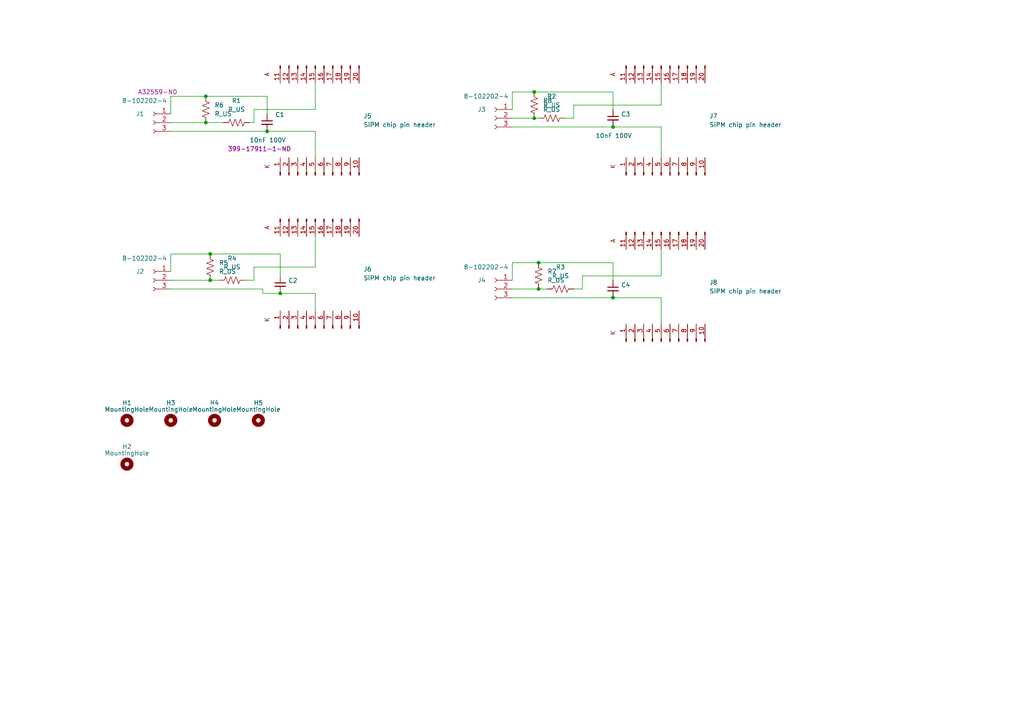
<source format=kicad_sch>
(kicad_sch (version 20230121) (generator eeschema)
  (paper "A4")
  (title_block (title "DarkQuest Quad SiPM Motherboard") (rev "6.1") (comment 1 "Accepts chip carrier with SiPM") (comment 2 "Pins go on motherboard and sockets go on chip carrier") (comment 3 "Rev 6.1 has pad for a 20 dB attenuator"))
  (lib_symbols
    (symbol "Connector:Conn_01x03_Female" (pin_names (offset 1.016) hide)
      (property "Reference" "J" (at 0 5.08 0))
      (property "Value" "Conn_01x03_Female" (at 0 -5.08 0))
      (symbol "Conn_01x03_Female_1_1"
        (arc (start 0 -2.032) (mid -0.5058 -2.54) (end 0 -3.048) (stroke (width 0.1524)))
        (polyline (pts (xy -1.27 -2.54) (xy -0.508 -2.54)) (stroke (width 0.1524)))
        (polyline (pts (xy -1.27 0) (xy -0.508 0)) (stroke (width 0.1524)))
        (polyline (pts (xy -1.27 2.54) (xy -0.508 2.54)) (stroke (width 0.1524)))
        (arc (start 0 0.508) (mid -0.5058 0) (end 0 -0.508) (stroke (width 0.1524)))
        (arc (start 0 3.048) (mid -0.5058 2.54) (end 0 2.032) (stroke (width 0.1524)))
        (pin passive line (at -5.08 2.54 0) (length 3.81) (name "Pin_1") (number "1"))
        (pin passive line (at -5.08 0 0) (length 3.81) (name "Pin_2") (number "2"))
        (pin passive line (at -5.08 -2.54 0) (length 3.81) (name "Pin_3") (number "3"))
      )
    )
    (symbol "Connector:sipm_chip_carrier_pin_header" (pin_names (offset 1.016) hide)
      (property "Reference" "J" (at -16.51 12.7 0))
      (property "Value" "SiPM chip pin header" (at 0 -16.51 0))
      (symbol "sipm_chip_carrier_pin_header_1_1"
        (rectangle (start -15.6464 -12.573) (end -16.51 -12.827) (stroke (width 0.1524)) (fill (type outline)))
        (rectangle (start -15.6464 -10.033) (end -16.51 -10.287) (stroke (width 0.1524)) (fill (type outline)))
        (rectangle (start -15.6464 -7.493) (end -16.51 -7.747) (stroke (width 0.1524)) (fill (type outline)))
        (rectangle (start -15.6464 -4.953) (end -16.51 -5.207) (stroke (width 0.1524)) (fill (type outline)))
        (rectangle (start -15.6464 -2.413) (end -16.51 -2.667) (stroke (width 0.1524)) (fill (type outline)))
        (rectangle (start -15.6464 0.127) (end -16.51 -0.127) (stroke (width 0.1524)) (fill (type outline)))
        (rectangle (start -15.6464 2.667) (end -16.51 2.413) (stroke (width 0.1524)) (fill (type outline)))
        (rectangle (start -15.6464 5.207) (end -16.51 4.953) (stroke (width 0.1524)) (fill (type outline)))
        (rectangle (start -15.6464 7.747) (end -16.51 7.493) (stroke (width 0.1524)) (fill (type outline)))
        (rectangle (start -15.6464 10.287) (end -16.51 10.033) (stroke (width 0.1524)) (fill (type outline)))
        (polyline (pts (xy -15.24 -12.7) (xy -15.6464 -12.7)) (stroke (width 0.1524)))
        (polyline (pts (xy -15.24 -10.16) (xy -15.6464 -10.16)) (stroke (width 0.1524)))
        (polyline (pts (xy -15.24 -7.62) (xy -15.6464 -7.62)) (stroke (width 0.1524)))
        (polyline (pts (xy -15.24 -5.08) (xy -15.6464 -5.08)) (stroke (width 0.1524)))
        (polyline (pts (xy -15.24 -2.54) (xy -15.6464 -2.54)) (stroke (width 0.1524)))
        (polyline (pts (xy -15.24 0) (xy -15.6464 0)) (stroke (width 0.1524)))
        (polyline (pts (xy -15.24 2.54) (xy -15.6464 2.54)) (stroke (width 0.1524)))
        (polyline (pts (xy -15.24 5.08) (xy -15.6464 5.08)) (stroke (width 0.1524)))
        (polyline (pts (xy -15.24 7.62) (xy -15.6464 7.62)) (stroke (width 0.1524)))
        (polyline (pts (xy -15.24 10.16) (xy -15.6464 10.16)) (stroke (width 0.1524)))
        (polyline (pts (xy 13.97 -12.7) (xy 14.3764 -12.7)) (stroke (width 0.1524)))
        (polyline (pts (xy 13.97 -10.16) (xy 14.3764 -10.16)) (stroke (width 0.1524)))
        (polyline (pts (xy 13.97 -7.62) (xy 14.3764 -7.62)) (stroke (width 0.1524)))
        (polyline (pts (xy 13.97 -5.08) (xy 14.3764 -5.08)) (stroke (width 0.1524)))
        (polyline (pts (xy 13.97 -2.54) (xy 14.3764 -2.54)) (stroke (width 0.1524)))
        (polyline (pts (xy 13.97 0) (xy 14.3764 0)) (stroke (width 0.1524)))
        (polyline (pts (xy 13.97 2.54) (xy 14.3764 2.54)) (stroke (width 0.1524)))
        (polyline (pts (xy 13.97 5.08) (xy 14.3764 5.08)) (stroke (width 0.1524)))
        (polyline (pts (xy 13.97 7.62) (xy 14.3764 7.62)) (stroke (width 0.1524)))
        (polyline (pts (xy 13.97 10.16) (xy 14.3764 10.16)) (stroke (width 0.1524)))
        (rectangle (start 15.24 -12.827) (end 14.3764 -12.573) (stroke (width 0.1524)) (fill (type outline)))
        (rectangle (start 15.24 -10.287) (end 14.3764 -10.033) (stroke (width 0.1524)) (fill (type outline)))
        (rectangle (start 15.24 -7.747) (end 14.3764 -7.493) (stroke (width 0.1524)) (fill (type outline)))
        (rectangle (start 15.24 -5.207) (end 14.3764 -4.953) (stroke (width 0.1524)) (fill (type outline)))
        (rectangle (start 15.24 -2.667) (end 14.3764 -2.413) (stroke (width 0.1524)) (fill (type outline)))
        (rectangle (start 15.24 -0.127) (end 14.3764 0.127) (stroke (width 0.1524)) (fill (type outline)))
        (rectangle (start 15.24 2.413) (end 14.3764 2.667) (stroke (width 0.1524)) (fill (type outline)))
        (rectangle (start 15.24 4.953) (end 14.3764 5.207) (stroke (width 0.1524)) (fill (type outline)))
        (rectangle (start 15.24 7.493) (end 14.3764 7.747) (stroke (width 0.1524)) (fill (type outline)))
        (rectangle (start 15.24 10.033) (end 14.3764 10.287) (stroke (width 0.1524)) (fill (type outline)))
        (text "A" (at 12.7 13.97 0) (effects (font (size 1.27 1.27))))
        (text "K" (at -13.97 13.97 0) (effects (font (size 1.27 1.27))))
        (pin passive line (at -11.43 10.16 180) (length 3.81) (name "Pin_1") (number "1"))
        (pin passive line (at -11.43 -12.7 180) (length 3.81) (name "Pin_10") (number "10"))
        (pin passive line (at 10.16 10.16 0) (length 3.81) (name "Pin_1") (number "11"))
        (pin passive line (at 10.16 7.62 0) (length 3.81) (name "Pin_2") (number "12"))
        (pin passive line (at 10.16 5.08 0) (length 3.81) (name "Pin_3") (number "13"))
        (pin passive line (at 10.16 2.54 0) (length 3.81) (name "Pin_4") (number "14"))
        (pin passive line (at 10.16 0 0) (length 3.81) (name "Pin_5") (number "15"))
        (pin passive line (at 10.16 -2.54 0) (length 3.81) (name "Pin_6") (number "16"))
        (pin passive line (at 10.16 -5.08 0) (length 3.81) (name "Pin_7") (number "17"))
        (pin passive line (at 10.16 -7.62 0) (length 3.81) (name "Pin_8") (number "18"))
        (pin passive line (at 10.16 -10.16 0) (length 3.81) (name "Pin_9") (number "19"))
        (pin passive line (at -11.43 7.62 180) (length 3.81) (name "Pin_2") (number "2"))
        (pin passive line (at 10.16 -12.7 0) (length 3.81) (name "Pin_10") (number "20"))
        (pin passive line (at -11.43 5.08 180) (length 3.81) (name "Pin_3") (number "3"))
        (pin passive line (at -11.43 2.54 180) (length 3.81) (name "Pin_4") (number "4"))
        (pin passive line (at -11.43 0 180) (length 3.81) (name "Pin_5") (number "5"))
        (pin passive line (at -11.43 -2.54 180) (length 3.81) (name "Pin_6") (number "6"))
        (pin passive line (at -11.43 -5.08 180) (length 3.81) (name "Pin_7") (number "7"))
        (pin passive line (at -11.43 -7.62 180) (length 3.81) (name "Pin_8") (number "8"))
        (pin passive line (at -11.43 -10.16 180) (length 3.81) (name "Pin_9") (number "9"))
      )
    )
    (symbol "Device:C_Small" (pin_numbers hide) (pin_names (offset 0.254) hide)
      (property "Reference" "C" (at 0.254 1.778 0))
      (property "Value" "C_Small" (at 0.254 -2.032 0))
      (symbol "C_Small_0_1"
        (polyline (pts (xy -1.524 -0.508) (xy 1.524 -0.508)) (stroke (width 0.3302)))
        (polyline (pts (xy -1.524 0.508) (xy 1.524 0.508)) (stroke (width 0.3048)))
      )
      (symbol "C_Small_1_1"
        (pin passive line (at 0 2.54 270) (length 2.032) (name "~") (number "1"))
        (pin passive line (at 0 -2.54 90) (length 2.032) (name "~") (number "2"))
      )
    )
    (symbol "Device:R_US" (pin_numbers hide) (pin_names (offset 0))
      (property "Reference" "R" (at 2.54 0 90))
      (property "Value" "R_US" (at -2.54 0 90))
      (symbol "R_US_0_1"
        (polyline (pts (xy 0 -2.286) (xy 0 -2.54)))
        (polyline (pts (xy 0 2.286) (xy 0 2.54)))
        (polyline (pts (xy 0 -0.762) (xy 1.016 -1.143) (xy 0 -1.524) (xy -1.016 -1.905) (xy 0 -2.286)))
        (polyline (pts (xy 0 0.762) (xy 1.016 0.381) (xy 0 0) (xy -1.016 -0.381) (xy 0 -0.762)))
        (polyline (pts (xy 0 2.286) (xy 1.016 1.905) (xy 0 1.524) (xy -1.016 1.143) (xy 0 0.762)))
      )
      (symbol "R_US_1_1"
        (pin passive line (at 0 3.81 270) (length 1.27) (name "~") (number "1"))
        (pin passive line (at 0 -3.81 90) (length 1.27) (name "~") (number "2"))
      )
    )
    (symbol "Mechanical:MountingHole" (pin_names (offset 1.016))
      (property "Reference" "H" (at 0 5.08 0))
      (property "Value" "MountingHole" (at 0 3.175 0))
      (symbol "MountingHole_0_1"
        (circle (center 0 0) (radius 1.27) (stroke (width 1.27)))
      )
    )
  )
  (junction (at 177.8 86.36))
  (junction (at 156.21 76.2))
  (junction (at 154.94 34.29))
  (junction (at 154.94 26.67))
  (junction (at 77.47 38.1))
  (junction (at 59.69 35.56))
  (junction (at 60.96 81.28))
  (junction (at 156.21 83.82))
  (junction (at 81.28 85.09))
  (junction (at 59.69 27.94))
  (junction (at 177.8 36.83))
  (junction (at 60.96 73.66))
  (wire (pts (xy 148.59 86.36) (xy 177.8 86.36)))
  (wire (pts (xy 73.66 81.28) (xy 73.66 77.47)))
  (wire (pts (xy 168.91 80.01) (xy 191.77 80.01)))
  (wire (pts (xy 168.91 83.82) (xy 168.91 80.01)))
  (wire (pts (xy 49.53 81.28) (xy 60.96 81.28)))
  (wire (pts (xy 148.59 83.82) (xy 156.21 83.82)))
  (wire (pts (xy 73.66 35.56) (xy 73.66 31.75)))
  (wire (pts (xy 49.53 83.82) (xy 76.2 83.82)))
  (wire (pts (xy 72.39 35.56) (xy 73.66 35.56)))
  (wire (pts (xy 59.69 35.56) (xy 64.77 35.56)))
  (wire (pts (xy 81.28 73.66) (xy 81.28 80.01)))
  (wire (pts (xy 148.59 26.67) (xy 154.94 26.67)))
  (wire (pts (xy 91.44 85.09) (xy 81.28 85.09)))
  (wire (pts (xy 49.53 38.1) (xy 77.47 38.1)))
  (wire (pts (xy 148.59 76.2) (xy 156.21 76.2)))
  (wire (pts (xy 76.2 83.82) (xy 76.2 85.09)))
  (wire (pts (xy 49.53 73.66) (xy 60.96 73.66)))
  (wire (pts (xy 77.47 27.94) (xy 77.47 33.02)))
  (wire (pts (xy 91.44 38.1) (xy 77.47 38.1)))
  (wire (pts (xy 191.77 93.98) (xy 191.77 86.36)))
  (wire (pts (xy 49.53 27.94) (xy 59.69 27.94)))
  (wire (pts (xy 148.59 81.28) (xy 148.59 76.2)))
  (wire (pts (xy 148.59 36.83) (xy 177.8 36.83)))
  (wire (pts (xy 91.44 77.47) (xy 91.44 68.58)))
  (wire (pts (xy 91.44 31.75) (xy 91.44 24.13)))
  (wire (pts (xy 177.8 76.2) (xy 156.21 76.2)))
  (wire (pts (xy 154.94 34.29) (xy 156.21 34.29)))
  (wire (pts (xy 191.77 45.72) (xy 191.77 36.83)))
  (wire (pts (xy 163.83 34.29) (xy 166.37 34.29)))
  (wire (pts (xy 166.37 34.29) (xy 166.37 30.48)))
  (wire (pts (xy 91.44 45.72) (xy 91.44 38.1)))
  (wire (pts (xy 148.59 34.29) (xy 154.94 34.29)))
  (wire (pts (xy 91.44 90.17) (xy 91.44 85.09)))
  (wire (pts (xy 73.66 31.75) (xy 91.44 31.75)))
  (wire (pts (xy 156.21 83.82) (xy 158.75 83.82)))
  (wire (pts (xy 49.53 35.56) (xy 59.69 35.56)))
  (wire (pts (xy 71.12 81.28) (xy 73.66 81.28)))
  (wire (pts (xy 191.77 30.48) (xy 191.77 24.13)))
  (wire (pts (xy 148.59 26.67) (xy 148.59 31.75)))
  (wire (pts (xy 49.53 27.94) (xy 49.53 33.02)))
  (wire (pts (xy 73.66 77.47) (xy 91.44 77.47)))
  (wire (pts (xy 77.47 27.94) (xy 59.69 27.94)))
  (wire (pts (xy 177.8 26.67) (xy 177.8 31.75)))
  (wire (pts (xy 166.37 30.48) (xy 191.77 30.48)))
  (wire (pts (xy 177.8 26.67) (xy 154.94 26.67)))
  (wire (pts (xy 191.77 36.83) (xy 177.8 36.83)))
  (wire (pts (xy 60.96 73.66) (xy 81.28 73.66)))
  (wire (pts (xy 76.2 85.09) (xy 81.28 85.09)))
  (wire (pts (xy 177.8 76.2) (xy 177.8 81.28)))
  (wire (pts (xy 166.37 83.82) (xy 168.91 83.82)))
  (wire (pts (xy 49.53 73.66) (xy 49.53 78.74)))
  (wire (pts (xy 191.77 86.36) (xy 177.8 86.36)))
  (wire (pts (xy 191.77 80.01) (xy 191.77 72.39)))
  (wire (pts (xy 60.96 81.28) (xy 63.5 81.28)))
  (symbol (lib_id "Connector:Conn_01x03_Female") (at 44.45 35.56 0) (mirror y) (unit 1)
    (property "Reference" "J1" (at 40.64 33.02 0))
    (property "Value" "8-102202-4" (at 41.91 29.21 0))
    (property "Footprint" "Connector_PinHeader_2.54mm:PinHeader_1x03_P2.54mm_Vertical" (effects hide))
    (property "DigiKey" "A32559-ND" (at 45.72 26.67 0))
  )
  (symbol (lib_id "Device:C_Small") (at 77.47 35.56 0) (unit 1)
    (property "Reference" "C1" (at 79.8068 33.2486 0) (effects (justify left)))
    (property "Value" "10nF 100V" (at 72.39 40.64 0) (effects (justify left)))
    (property "Footprint" "Resistor_SMD:1206_VIS-L" (effects hide))
    (property "DigiKey" "399-17911-1-ND" (at 66.04 43.18 0) (effects (justify left)))
  )
  (symbol (lib_id "Connector:Conn_01x03_Female") (at 143.51 34.29 0) (mirror y) (unit 1)
    (property "Reference" "J3" (at 139.7 31.75 0))
    (property "Value" "8-102202-4" (at 140.97 27.94 0))
    (property "Footprint" "Connector_PinHeader_2.54mm:PinHeader_1x03_P2.54mm_Vertical" (effects hide))
    (property "DigiKey" "A32559-ND" (effects hide))
  )
  (symbol (lib_id "Device:C_Small") (at 177.8 34.29 0) (unit 1)
    (property "Reference" "C3" (at 180.1368 33.1216 0) (effects (justify left)))
    (property "Value" "10nF 100V" (at 172.72 39.37 0) (effects (justify left)))
    (property "Footprint" "Capacitor_SMD:C_1206_3216Metric_Pad1.33x1.80mm_HandSolder" (effects hide))
    (property "DigiKey" "399-17911-1-ND" (effects hide))
  )
  (symbol (lib_id "Connector:Conn_01x03_Female") (at 44.45 81.28 0) (mirror y) (unit 1)
    (property "Reference" "J2" (at 40.64 78.74 0))
    (property "Value" "8-102202-4" (at 41.91 74.93 0))
    (property "Footprint" "Connector_PinHeader_2.54mm:PinHeader_1x03_P2.54mm_Vertical" (effects hide))
    (property "DigiKey" "A32559-ND" (effects hide))
  )
  (symbol (lib_id "Device:C_Small") (at 81.28 82.55 0) (unit 1)
    (property "Reference" "C2" (at 83.6168 81.3816 0) (effects (justify left)))
    (property "Value" "10nF 100V" (effects hide))
    (property "Footprint" "Capacitor_SMD:C_1206_3216Metric_Pad1.33x1.80mm_HandSolder" (effects hide))
    (property "DigiKey" "399-17911-1-ND" (effects hide))
  )
  (symbol (lib_id "Connector:Conn_01x03_Female") (at 143.51 83.82 0) (mirror y) (unit 1)
    (property "Reference" "J4" (at 139.7 81.28 0))
    (property "Value" "8-102202-4" (at 140.97 77.47 0))
    (property "Footprint" "Connector_PinHeader_2.54mm:PinHeader_1x03_P2.54mm_Vertical" (effects hide))
    (property "DigiKey" "A32559-ND" (effects hide))
  )
  (symbol (lib_id "Device:C_Small") (at 177.8 83.82 0) (unit 1)
    (property "Reference" "C4" (at 180.1368 82.6516 0) (effects (justify left)))
    (property "Value" "10nF 100V" (effects hide))
    (property "Footprint" "Capacitor_SMD:C_1206_3216Metric_Pad1.33x1.80mm_HandSolder" (effects hide))
    (property "DigiKey" "399-17911-1-ND" (effects hide))
  )
  (symbol (lib_id "Mechanical:MountingHole") (at 36.83 121.92 0) (unit 1)
    (property "Reference" "H1" (at 36.83 116.84 0))
    (property "Value" "MountingHole" (at 36.83 118.745 0))
    (property "Footprint" "quad_sipm:MountingHole_6.4_pad" (effects hide))
  )
  (symbol (lib_id "Mechanical:MountingHole") (at 49.53 121.92 0) (unit 1)
    (property "Reference" "H3" (at 49.53 116.84 0))
    (property "Value" "MountingHole" (at 49.53 118.745 0))
    (property "Footprint" "quad_sipm:MountingHole_6.4_pad" (effects hide))
  )
  (symbol (lib_id "Mechanical:MountingHole") (at 62.23 121.92 0) (unit 1)
    (property "Reference" "H4" (at 62.23 116.84 0))
    (property "Value" "MountingHole" (at 62.23 118.745 0))
    (property "Footprint" "quad_sipm:MountingHole_6.4_pad" (effects hide))
  )
  (symbol (lib_id "Mechanical:MountingHole") (at 74.93 121.92 0) (unit 1)
    (property "Reference" "H5" (at 74.93 116.84 0))
    (property "Value" "MountingHole" (at 74.93 118.745 0))
    (property "Footprint" "quad_sipm:MountingHole_6.4_pad" (effects hide))
  )
  (symbol (lib_id "Mechanical:MountingHole") (at 36.83 134.62 0) (unit 1)
    (property "Reference" "H2" (at 36.83 129.54 0))
    (property "Value" "MountingHole" (at 36.83 131.445 0))
    (property "Footprint" "quad_sipm:MountingHole_8.4mm_M8_Pad" (effects hide))
  )
  (symbol (lib_id "Connector:sipm_chip_carrier_pin_header") (at 191.77 82.55 90) (unit 1)
    (property "Reference" "J8" (at 205.74 81.915 90) (effects (justify right)))
    (property "Value" "SiPM chip pin header" (at 205.74 84.455 90) (effects (justify right)))
    (property "Footprint" "Connector_PinHeader_2.54mm:chip_carrier_pin_header" (effects hide))
  )
  (symbol (lib_id "Device:R_US") (at 160.02 34.29 90) (unit 1)
    (property "Reference" "R2" (at 160.02 27.94 90))
    (property "Value" "R_US" (at 160.02 30.48 90))
    (property "Footprint" "Resistor_SMD:1206_VIS-L" (effects hide))
  )
  (symbol (lib_id "Connector:sipm_chip_carrier_pin_header") (at 91.44 78.74 90) (unit 1)
    (property "Reference" "J6" (at 105.41 78.105 90) (effects (justify right)))
    (property "Value" "SiPM chip pin header" (at 105.41 80.645 90) (effects (justify right)))
    (property "Footprint" "Connector_PinHeader_2.54mm:chip_carrier_pin_header" (effects hide))
  )
  (symbol (lib_id "Device:R_US") (at 162.56 83.82 90) (unit 1)
    (property "Reference" "R3" (at 162.56 77.47 90))
    (property "Value" "R_US" (at 162.56 80.01 90))
    (property "Footprint" "Resistor_SMD:1206_VIS-L" (effects hide))
  )
  (symbol (lib_id "Device:R_US") (at 59.69 31.75 0) (unit 1)
    (property "Reference" "R6" (at 62.23 30.48 0) (effects (justify left)))
    (property "Value" "R_US" (at 62.23 33.02 0) (effects (justify left)))
    (property "Footprint" "quad_sipm:1206_VIS" (effects hide))
  )
  (symbol (lib_id "Device:R_US") (at 68.58 35.56 90) (unit 1)
    (property "Reference" "R1" (at 68.58 29.21 90))
    (property "Value" "R_US" (at 68.58 31.75 90))
    (property "Footprint" "Resistor_SMD:1206_VIS-L" (effects hide))
  )
  (symbol (lib_id "Device:R_US") (at 156.21 80.01 0) (unit 1)
    (property "Reference" "R7" (at 158.75 78.74 0) (effects (justify left)))
    (property "Value" "R_US" (at 158.75 81.28 0) (effects (justify left)))
    (property "Footprint" "quad_sipm:1206_VIS" (effects hide))
  )
  (symbol (lib_id "Device:R_US") (at 154.94 30.48 0) (unit 1)
    (property "Reference" "R8" (at 157.48 29.21 0) (effects (justify left)))
    (property "Value" "R_US" (at 157.48 31.75 0) (effects (justify left)))
    (property "Footprint" "quad_sipm:1206_VIS" (effects hide))
  )
  (symbol (lib_id "Device:R_US") (at 60.96 77.47 0) (unit 1)
    (property "Reference" "R5" (at 63.5 76.2 0) (effects (justify left)))
    (property "Value" "R_US" (at 63.5 78.74 0) (effects (justify left)))
    (property "Footprint" "quad_sipm:1206_VIS" (effects hide))
  )
  (symbol (lib_id "Connector:sipm_chip_carrier_pin_header") (at 191.77 34.29 90) (unit 1)
    (property "Reference" "J7" (at 205.74 33.655 90) (effects (justify right)))
    (property "Value" "SiPM chip pin header" (at 205.74 36.195 90) (effects (justify right)))
    (property "Footprint" "Connector_PinHeader_2.54mm:chip_carrier_pin_header" (effects hide))
  )
  (symbol (lib_id "Connector:sipm_chip_carrier_pin_header") (at 91.44 34.29 90) (unit 1)
    (property "Reference" "J5" (at 105.41 33.655 90) (effects (justify right)))
    (property "Value" "SiPM chip pin header" (at 105.41 36.195 90) (effects (justify right)))
    (property "Footprint" "Connector_PinHeader_2.54mm:chip_carrier_pin_header" (effects hide))
  )
  (symbol (lib_id "Device:R_US") (at 67.31 81.28 90) (unit 1)
    (property "Reference" "R4" (at 67.31 74.93 90))
    (property "Value" "R_US" (at 67.31 77.47 90))
    (property "Footprint" "Resistor_SMD:1206_VIS-L" (effects hide))
  )
)
</source>
